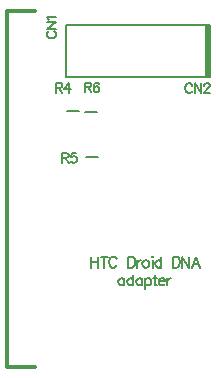
<source format=gto>
%FSLAX25Y25*%
%MOIN*%
G70*
G01*
G75*
G04 Layer_Color=65535*
%ADD10R,0.07874X0.03150*%
%ADD11R,0.01969X0.04724*%
%ADD12R,0.01181X0.03150*%
%ADD13R,0.03937X0.03543*%
%ADD14C,0.00800*%
%ADD15C,0.02000*%
%ADD16C,0.00600*%
%ADD17C,0.01500*%
%ADD18C,0.02600*%
%ADD19C,0.04000*%
%ADD20C,0.01000*%
%ADD21C,0.03200*%
%ADD22R,0.03937X0.03740*%
%ADD23R,0.03740X0.03937*%
%ADD24R,0.03543X0.03937*%
%ADD25C,0.01200*%
%ADD26C,0.01181*%
%ADD27C,0.00787*%
%ADD28R,0.01181X0.17323*%
D14*
X456062Y397985D02*
X455758Y397833D01*
X455453Y397528D01*
X455301Y397223D01*
Y396614D01*
X455453Y396309D01*
X455758Y396005D01*
X456062Y395852D01*
X456520Y395700D01*
X457281D01*
X457738Y395852D01*
X458043Y396005D01*
X458348Y396309D01*
X458500Y396614D01*
Y397223D01*
X458348Y397528D01*
X458043Y397833D01*
X457738Y397985D01*
X455301Y398884D02*
X458500D01*
X455301D02*
X458500Y401017D01*
X455301D02*
X458500D01*
X455910Y401901D02*
X455758Y402205D01*
X455301Y402662D01*
X458500D01*
X458200Y380799D02*
Y377600D01*
Y380799D02*
X459571D01*
X460028Y380647D01*
X460181Y380495D01*
X460333Y380190D01*
Y379885D01*
X460181Y379580D01*
X460028Y379428D01*
X459571Y379276D01*
X458200D01*
X459266D02*
X460333Y377600D01*
X462572Y380799D02*
X461049Y378666D01*
X463334D01*
X462572Y380799D02*
Y377600D01*
X460400Y357399D02*
Y354200D01*
Y357399D02*
X461771D01*
X462228Y357247D01*
X462381Y357095D01*
X462533Y356790D01*
Y356485D01*
X462381Y356181D01*
X462228Y356028D01*
X461771Y355876D01*
X460400D01*
X461466D02*
X462533Y354200D01*
X465077Y357399D02*
X463554D01*
X463401Y356028D01*
X463554Y356181D01*
X464011Y356333D01*
X464468D01*
X464925Y356181D01*
X465229Y355876D01*
X465382Y355419D01*
Y355114D01*
X465229Y354657D01*
X464925Y354352D01*
X464468Y354200D01*
X464011D01*
X463554Y354352D01*
X463401Y354505D01*
X463249Y354809D01*
X468000Y380899D02*
Y377700D01*
Y380899D02*
X469371D01*
X469828Y380747D01*
X469980Y380595D01*
X470133Y380290D01*
Y379985D01*
X469980Y379680D01*
X469828Y379528D01*
X469371Y379376D01*
X468000D01*
X469066D02*
X470133Y377700D01*
X472677Y380442D02*
X472525Y380747D01*
X472068Y380899D01*
X471763D01*
X471306Y380747D01*
X471001Y380290D01*
X470849Y379528D01*
Y378766D01*
X471001Y378157D01*
X471306Y377852D01*
X471763Y377700D01*
X471915D01*
X472372Y377852D01*
X472677Y378157D01*
X472829Y378614D01*
Y378766D01*
X472677Y379223D01*
X472372Y379528D01*
X471915Y379680D01*
X471763D01*
X471306Y379528D01*
X471001Y379223D01*
X470849Y378766D01*
X503685Y379938D02*
X503533Y380242D01*
X503228Y380547D01*
X502923Y380699D01*
X502314D01*
X502009Y380547D01*
X501705Y380242D01*
X501552Y379938D01*
X501400Y379481D01*
Y378719D01*
X501552Y378262D01*
X501705Y377957D01*
X502009Y377652D01*
X502314Y377500D01*
X502923D01*
X503228Y377652D01*
X503533Y377957D01*
X503685Y378262D01*
X504584Y380699D02*
Y377500D01*
Y380699D02*
X506717Y377500D01*
Y380699D02*
Y377500D01*
X507753Y379938D02*
Y380090D01*
X507905Y380395D01*
X508058Y380547D01*
X508362Y380699D01*
X508972D01*
X509276Y380547D01*
X509429Y380395D01*
X509581Y380090D01*
Y379785D01*
X509429Y379481D01*
X509124Y379024D01*
X507601Y377500D01*
X509733D01*
X469900Y322843D02*
Y319300D01*
X472262Y322843D02*
Y319300D01*
X469900Y321156D02*
X472262D01*
X474421Y322843D02*
Y319300D01*
X473240Y322843D02*
X475602D01*
X478554Y321999D02*
X478385Y322337D01*
X478048Y322674D01*
X477710Y322843D01*
X477036D01*
X476698Y322674D01*
X476361Y322337D01*
X476192Y321999D01*
X476023Y321493D01*
Y320650D01*
X476192Y320144D01*
X476361Y319806D01*
X476698Y319469D01*
X477036Y319300D01*
X477710D01*
X478048Y319469D01*
X478385Y319806D01*
X478554Y320144D01*
X482333Y322843D02*
Y319300D01*
Y322843D02*
X483513D01*
X484020Y322674D01*
X484357Y322337D01*
X484526Y321999D01*
X484694Y321493D01*
Y320650D01*
X484526Y320144D01*
X484357Y319806D01*
X484020Y319469D01*
X483513Y319300D01*
X482333D01*
X485487Y321662D02*
Y319300D01*
Y320650D02*
X485656Y321156D01*
X485993Y321493D01*
X486331Y321662D01*
X486837D01*
X488001D02*
X487663Y321493D01*
X487326Y321156D01*
X487157Y320650D01*
Y320312D01*
X487326Y319806D01*
X487663Y319469D01*
X488001Y319300D01*
X488507D01*
X488844Y319469D01*
X489182Y319806D01*
X489350Y320312D01*
Y320650D01*
X489182Y321156D01*
X488844Y321493D01*
X488507Y321662D01*
X488001D01*
X490464Y322843D02*
X490632Y322674D01*
X490801Y322843D01*
X490632Y323011D01*
X490464Y322843D01*
X490632Y321662D02*
Y319300D01*
X493449Y322843D02*
Y319300D01*
Y321156D02*
X493112Y321493D01*
X492775Y321662D01*
X492269D01*
X491931Y321493D01*
X491594Y321156D01*
X491425Y320650D01*
Y320312D01*
X491594Y319806D01*
X491931Y319469D01*
X492269Y319300D01*
X492775D01*
X493112Y319469D01*
X493449Y319806D01*
X497178Y322843D02*
Y319300D01*
Y322843D02*
X498358D01*
X498865Y322674D01*
X499202Y322337D01*
X499371Y321999D01*
X499539Y321493D01*
Y320650D01*
X499371Y320144D01*
X499202Y319806D01*
X498865Y319469D01*
X498358Y319300D01*
X497178D01*
X500332Y322843D02*
Y319300D01*
Y322843D02*
X502694Y319300D01*
Y322843D02*
Y319300D01*
X506371D02*
X505022Y322843D01*
X503672Y319300D01*
X504178Y320481D02*
X505865D01*
X481124Y315762D02*
Y313400D01*
Y315256D02*
X480787Y315593D01*
X480449Y315762D01*
X479944D01*
X479606Y315593D01*
X479269Y315256D01*
X479100Y314750D01*
Y314412D01*
X479269Y313906D01*
X479606Y313569D01*
X479944Y313400D01*
X480449D01*
X480787Y313569D01*
X481124Y313906D01*
X484093Y316943D02*
Y313400D01*
Y315256D02*
X483756Y315593D01*
X483419Y315762D01*
X482912D01*
X482575Y315593D01*
X482238Y315256D01*
X482069Y314750D01*
Y314412D01*
X482238Y313906D01*
X482575Y313569D01*
X482912Y313400D01*
X483419D01*
X483756Y313569D01*
X484093Y313906D01*
X487062Y315762D02*
Y313400D01*
Y315256D02*
X486725Y315593D01*
X486387Y315762D01*
X485881D01*
X485544Y315593D01*
X485207Y315256D01*
X485038Y314750D01*
Y314412D01*
X485207Y313906D01*
X485544Y313569D01*
X485881Y313400D01*
X486387D01*
X486725Y313569D01*
X487062Y313906D01*
X488007Y315762D02*
Y312219D01*
Y315256D02*
X488344Y315593D01*
X488682Y315762D01*
X489188D01*
X489525Y315593D01*
X489863Y315256D01*
X490031Y314750D01*
Y314412D01*
X489863Y313906D01*
X489525Y313569D01*
X489188Y313400D01*
X488682D01*
X488344Y313569D01*
X488007Y313906D01*
X491296Y316943D02*
Y314075D01*
X491465Y313569D01*
X491803Y313400D01*
X492140D01*
X490790Y315762D02*
X491971D01*
X492646Y314750D02*
X494670D01*
Y315087D01*
X494502Y315424D01*
X494333Y315593D01*
X493996Y315762D01*
X493490D01*
X493152Y315593D01*
X492815Y315256D01*
X492646Y314750D01*
Y314412D01*
X492815Y313906D01*
X493152Y313569D01*
X493490Y313400D01*
X493996D01*
X494333Y313569D01*
X494670Y313906D01*
X495429Y315762D02*
Y313400D01*
Y314750D02*
X495598Y315256D01*
X495935Y315593D01*
X496273Y315762D01*
X496779D01*
D26*
X441988Y404961D02*
X451437D01*
X441988Y286063D02*
X451437D01*
X441988D02*
Y404961D01*
D27*
X508212Y382933D02*
Y400256D01*
X461755Y382933D02*
X508212D01*
X461755D02*
Y400256D01*
X508212D01*
Y382933D02*
X509787D01*
Y400256D01*
X508212D02*
X509787D01*
X467932Y371300D02*
X471869D01*
X461932Y371400D02*
X465869D01*
X468432Y356100D02*
X472368D01*
D28*
X509196Y391595D02*
D03*
M02*

</source>
